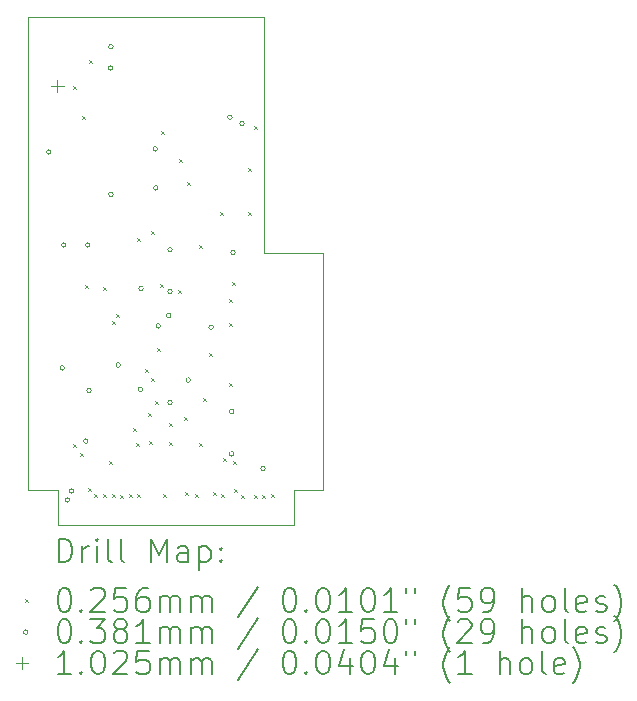
<source format=gbr>
%TF.GenerationSoftware,KiCad,Pcbnew,9.0.4*%
%TF.CreationDate,2025-10-20T22:45:23-04:00*%
%TF.ProjectId,the-spirit-board,7468652d-7370-4697-9269-742d626f6172,rev?*%
%TF.SameCoordinates,Original*%
%TF.FileFunction,Drillmap*%
%TF.FilePolarity,Positive*%
%FSLAX45Y45*%
G04 Gerber Fmt 4.5, Leading zero omitted, Abs format (unit mm)*
G04 Created by KiCad (PCBNEW 9.0.4) date 2025-10-20 22:45:23*
%MOMM*%
%LPD*%
G01*
G04 APERTURE LIST*
%ADD10C,0.050000*%
%ADD11C,0.200000*%
%ADD12C,0.100000*%
%ADD13C,0.102500*%
G04 APERTURE END LIST*
D10*
X14000000Y-10200000D02*
X16000000Y-10200000D01*
X14000000Y-14200000D02*
X14000000Y-10200000D01*
X14250000Y-14200000D02*
X14000000Y-14200000D01*
X14250000Y-14500000D02*
X14250000Y-14200000D01*
X16000000Y-10200000D02*
X16000000Y-12200000D01*
X16000000Y-12200000D02*
X16500000Y-12200000D01*
X16250000Y-14200000D02*
X16250000Y-14500000D01*
X16250000Y-14500000D02*
X14250000Y-14500000D01*
X16500000Y-12200000D02*
X16500000Y-14200000D01*
X16500000Y-14200000D02*
X16250000Y-14200000D01*
D11*
D12*
X14376300Y-10782200D02*
X14401900Y-10807800D01*
X14401900Y-10782200D02*
X14376300Y-10807800D01*
X14376300Y-13817500D02*
X14401900Y-13843100D01*
X14401900Y-13817500D02*
X14376300Y-13843100D01*
X14439800Y-13893700D02*
X14465400Y-13919300D01*
X14465400Y-13893700D02*
X14439800Y-13919300D01*
X14452500Y-11036200D02*
X14478100Y-11061800D01*
X14478100Y-11036200D02*
X14452500Y-11061800D01*
X14477900Y-12471300D02*
X14503500Y-12496900D01*
X14503500Y-12471300D02*
X14477900Y-12496900D01*
X14506031Y-14189179D02*
X14531631Y-14214779D01*
X14531631Y-14189179D02*
X14506031Y-14214779D01*
X14516000Y-10566300D02*
X14541600Y-10591900D01*
X14541600Y-10566300D02*
X14516000Y-10591900D01*
X14558039Y-14237807D02*
X14583639Y-14263407D01*
X14583639Y-14237807D02*
X14558039Y-14263407D01*
X14630300Y-12484000D02*
X14655900Y-12509600D01*
X14655900Y-12484000D02*
X14630300Y-12509600D01*
X14630300Y-14236600D02*
X14655900Y-14262200D01*
X14655900Y-14236600D02*
X14630300Y-14262200D01*
X14681740Y-13956355D02*
X14707340Y-13981955D01*
X14707340Y-13956355D02*
X14681740Y-13981955D01*
X14706500Y-12776100D02*
X14732100Y-12801700D01*
X14732100Y-12776100D02*
X14706500Y-12801700D01*
X14707820Y-14237750D02*
X14733420Y-14263350D01*
X14733420Y-14237750D02*
X14707820Y-14263350D01*
X14745995Y-12716858D02*
X14771595Y-12742458D01*
X14771595Y-12716858D02*
X14745995Y-12742458D01*
X14778917Y-14241589D02*
X14804517Y-14267189D01*
X14804517Y-14241589D02*
X14778917Y-14267189D01*
X14850066Y-14238884D02*
X14875666Y-14264484D01*
X14875666Y-14238884D02*
X14850066Y-14264484D01*
X14884300Y-13673950D02*
X14909900Y-13699550D01*
X14909900Y-13673950D02*
X14884300Y-13699550D01*
X14910850Y-13805108D02*
X14936450Y-13830708D01*
X14936450Y-13805108D02*
X14910850Y-13830708D01*
X14922400Y-12066050D02*
X14948000Y-12091650D01*
X14948000Y-12066050D02*
X14922400Y-12091650D01*
X14922400Y-14237750D02*
X14948000Y-14263350D01*
X14948000Y-14237750D02*
X14922400Y-14263350D01*
X14985900Y-13182500D02*
X15011500Y-13208100D01*
X15011500Y-13182500D02*
X14985900Y-13208100D01*
X15011300Y-13550800D02*
X15036900Y-13576400D01*
X15036900Y-13550800D02*
X15011300Y-13576400D01*
X15022850Y-13787946D02*
X15048450Y-13813546D01*
X15048450Y-13787946D02*
X15022850Y-13813546D01*
X15035550Y-13258700D02*
X15061150Y-13284300D01*
X15061150Y-13258700D02*
X15035550Y-13284300D01*
X15036700Y-12014100D02*
X15062300Y-12039700D01*
X15062300Y-12014100D02*
X15036700Y-12039700D01*
X15074800Y-13449200D02*
X15100400Y-13474800D01*
X15100400Y-13449200D02*
X15074800Y-13474800D01*
X15087500Y-13004700D02*
X15113100Y-13030300D01*
X15113100Y-13004700D02*
X15087500Y-13030300D01*
X15112900Y-12458600D02*
X15138500Y-12484200D01*
X15138500Y-12458600D02*
X15112900Y-12484200D01*
X15125600Y-11163200D02*
X15151200Y-11188800D01*
X15151200Y-11163200D02*
X15125600Y-11188800D01*
X15139150Y-14236600D02*
X15164750Y-14262200D01*
X15164750Y-14236600D02*
X15139150Y-14262200D01*
X15189120Y-13797761D02*
X15214720Y-13823361D01*
X15214720Y-13797761D02*
X15189120Y-13823361D01*
X15194761Y-13639680D02*
X15220361Y-13665280D01*
X15220361Y-13639680D02*
X15194761Y-13665280D01*
X15265300Y-12509400D02*
X15290900Y-12535000D01*
X15290900Y-12509400D02*
X15265300Y-12535000D01*
X15278000Y-11404500D02*
X15303600Y-11430100D01*
X15303600Y-11404500D02*
X15278000Y-11430100D01*
X15319250Y-13588900D02*
X15344850Y-13614500D01*
X15344850Y-13588900D02*
X15319250Y-13614500D01*
X15328800Y-14223900D02*
X15354400Y-14249500D01*
X15354400Y-14223900D02*
X15328800Y-14249500D01*
X15341500Y-11595000D02*
X15367100Y-11620600D01*
X15367100Y-11595000D02*
X15341500Y-11620600D01*
X15410250Y-14236600D02*
X15435850Y-14262200D01*
X15435850Y-14236600D02*
X15410250Y-14262200D01*
X15443100Y-12128400D02*
X15468700Y-12154000D01*
X15468700Y-12128400D02*
X15443100Y-12154000D01*
X15443100Y-13804800D02*
X15468700Y-13830400D01*
X15468700Y-13804800D02*
X15443100Y-13830400D01*
X15480050Y-13423800D02*
X15505650Y-13449400D01*
X15505650Y-13423800D02*
X15480050Y-13449400D01*
X15530850Y-13042800D02*
X15556450Y-13068400D01*
X15556450Y-13042800D02*
X15530850Y-13068400D01*
X15565707Y-14223218D02*
X15591307Y-14248818D01*
X15591307Y-14223218D02*
X15565707Y-14248818D01*
X15620900Y-11849000D02*
X15646500Y-11874600D01*
X15646500Y-11849000D02*
X15620900Y-11874600D01*
X15636065Y-14234135D02*
X15661665Y-14259735D01*
X15661665Y-14234135D02*
X15636065Y-14259735D01*
X15647200Y-13931800D02*
X15672800Y-13957400D01*
X15672800Y-13931800D02*
X15647200Y-13957400D01*
X15699150Y-12585600D02*
X15724750Y-12611200D01*
X15724750Y-12585600D02*
X15699150Y-12611200D01*
X15699150Y-12788800D02*
X15724750Y-12814400D01*
X15724750Y-12788800D02*
X15699150Y-12814400D01*
X15699150Y-13296800D02*
X15724750Y-13322400D01*
X15724750Y-13296800D02*
X15699150Y-13322400D01*
X15722500Y-12438300D02*
X15748100Y-12463900D01*
X15748100Y-12438300D02*
X15722500Y-12463900D01*
X15735200Y-13957200D02*
X15760800Y-13982800D01*
X15760800Y-13957200D02*
X15735200Y-13982800D01*
X15744695Y-14195686D02*
X15770295Y-14221286D01*
X15770295Y-14195686D02*
X15744695Y-14221286D01*
X15798203Y-14242659D02*
X15823803Y-14268259D01*
X15823803Y-14242659D02*
X15798203Y-14268259D01*
X15859650Y-11480700D02*
X15885250Y-11506300D01*
X15885250Y-11480700D02*
X15859650Y-11506300D01*
X15859650Y-11849000D02*
X15885250Y-11874600D01*
X15885250Y-11849000D02*
X15859650Y-11874600D01*
X15910488Y-14241594D02*
X15936088Y-14267194D01*
X15936088Y-14241594D02*
X15910488Y-14267194D01*
X15911600Y-11125100D02*
X15937200Y-11150700D01*
X15937200Y-11125100D02*
X15911600Y-11150700D01*
X15981688Y-14241768D02*
X16007288Y-14267368D01*
X16007288Y-14241768D02*
X15981688Y-14267368D01*
X16052700Y-14236600D02*
X16078300Y-14262200D01*
X16078300Y-14236600D02*
X16052700Y-14262200D01*
X14192250Y-11341100D02*
G75*
G02*
X14154150Y-11341100I-19050J0D01*
G01*
X14154150Y-11341100D02*
G75*
G02*
X14192250Y-11341100I19050J0D01*
G01*
X14306550Y-13169900D02*
G75*
G02*
X14268450Y-13169900I-19050J0D01*
G01*
X14268450Y-13169900D02*
G75*
G02*
X14306550Y-13169900I19050J0D01*
G01*
X14319250Y-12128500D02*
G75*
G02*
X14281150Y-12128500I-19050J0D01*
G01*
X14281150Y-12128500D02*
G75*
G02*
X14319250Y-12128500I19050J0D01*
G01*
X14350900Y-14287354D02*
G75*
G02*
X14312800Y-14287354I-19050J0D01*
G01*
X14312800Y-14287354D02*
G75*
G02*
X14350900Y-14287354I19050J0D01*
G01*
X14385850Y-14211300D02*
G75*
G02*
X14347750Y-14211300I-19050J0D01*
G01*
X14347750Y-14211300D02*
G75*
G02*
X14385850Y-14211300I19050J0D01*
G01*
X14506696Y-13789146D02*
G75*
G02*
X14468596Y-13789146I-19050J0D01*
G01*
X14468596Y-13789146D02*
G75*
G02*
X14506696Y-13789146I19050J0D01*
G01*
X14522450Y-12128500D02*
G75*
G02*
X14484350Y-12128500I-19050J0D01*
G01*
X14484350Y-12128500D02*
G75*
G02*
X14522450Y-12128500I19050J0D01*
G01*
X14535150Y-13360400D02*
G75*
G02*
X14497050Y-13360400I-19050J0D01*
G01*
X14497050Y-13360400D02*
G75*
G02*
X14535150Y-13360400I19050J0D01*
G01*
X14715850Y-10629900D02*
G75*
G02*
X14677750Y-10629900I-19050J0D01*
G01*
X14677750Y-10629900D02*
G75*
G02*
X14715850Y-10629900I19050J0D01*
G01*
X14719050Y-10450000D02*
G75*
G02*
X14680950Y-10450000I-19050J0D01*
G01*
X14680950Y-10450000D02*
G75*
G02*
X14719050Y-10450000I19050J0D01*
G01*
X14719050Y-11700000D02*
G75*
G02*
X14680950Y-11700000I-19050J0D01*
G01*
X14680950Y-11700000D02*
G75*
G02*
X14719050Y-11700000I19050J0D01*
G01*
X14780500Y-13144500D02*
G75*
G02*
X14742400Y-13144500I-19050J0D01*
G01*
X14742400Y-13144500D02*
G75*
G02*
X14780500Y-13144500I19050J0D01*
G01*
X14969050Y-13350000D02*
G75*
G02*
X14930950Y-13350000I-19050J0D01*
G01*
X14930950Y-13350000D02*
G75*
G02*
X14969050Y-13350000I19050J0D01*
G01*
X14975600Y-12496800D02*
G75*
G02*
X14937500Y-12496800I-19050J0D01*
G01*
X14937500Y-12496800D02*
G75*
G02*
X14975600Y-12496800I19050J0D01*
G01*
X15093950Y-11315700D02*
G75*
G02*
X15055850Y-11315700I-19050J0D01*
G01*
X15055850Y-11315700D02*
G75*
G02*
X15093950Y-11315700I19050J0D01*
G01*
X15099250Y-11645900D02*
G75*
G02*
X15061150Y-11645900I-19050J0D01*
G01*
X15061150Y-11645900D02*
G75*
G02*
X15099250Y-11645900I19050J0D01*
G01*
X15119350Y-12814300D02*
G75*
G02*
X15081250Y-12814300I-19050J0D01*
G01*
X15081250Y-12814300D02*
G75*
G02*
X15119350Y-12814300I19050J0D01*
G01*
X15208250Y-12725400D02*
G75*
G02*
X15170150Y-12725400I-19050J0D01*
G01*
X15170150Y-12725400D02*
G75*
G02*
X15208250Y-12725400I19050J0D01*
G01*
X15219625Y-12169332D02*
G75*
G02*
X15181525Y-12169332I-19050J0D01*
G01*
X15181525Y-12169332D02*
G75*
G02*
X15219625Y-12169332I19050J0D01*
G01*
X15219700Y-12522200D02*
G75*
G02*
X15181600Y-12522200I-19050J0D01*
G01*
X15181600Y-12522200D02*
G75*
G02*
X15219700Y-12522200I19050J0D01*
G01*
X15220950Y-13462000D02*
G75*
G02*
X15182850Y-13462000I-19050J0D01*
G01*
X15182850Y-13462000D02*
G75*
G02*
X15220950Y-13462000I19050J0D01*
G01*
X15373350Y-13271850D02*
G75*
G02*
X15335250Y-13271850I-19050J0D01*
G01*
X15335250Y-13271850D02*
G75*
G02*
X15373350Y-13271850I19050J0D01*
G01*
X15567146Y-12823704D02*
G75*
G02*
X15529046Y-12823704I-19050J0D01*
G01*
X15529046Y-12823704D02*
G75*
G02*
X15567146Y-12823704I19050J0D01*
G01*
X15727046Y-11046750D02*
G75*
G02*
X15688946Y-11046750I-19050J0D01*
G01*
X15688946Y-11046750D02*
G75*
G02*
X15727046Y-11046750I19050J0D01*
G01*
X15740481Y-13897250D02*
G75*
G02*
X15702381Y-13897250I-19050J0D01*
G01*
X15702381Y-13897250D02*
G75*
G02*
X15740481Y-13897250I19050J0D01*
G01*
X15741650Y-13538200D02*
G75*
G02*
X15703550Y-13538200I-19050J0D01*
G01*
X15703550Y-13538200D02*
G75*
G02*
X15741650Y-13538200I19050J0D01*
G01*
X15754350Y-12192000D02*
G75*
G02*
X15716250Y-12192000I-19050J0D01*
G01*
X15716250Y-12192000D02*
G75*
G02*
X15754350Y-12192000I19050J0D01*
G01*
X15830550Y-11099800D02*
G75*
G02*
X15792450Y-11099800I-19050J0D01*
G01*
X15792450Y-11099800D02*
G75*
G02*
X15830550Y-11099800I19050J0D01*
G01*
X16007900Y-14020800D02*
G75*
G02*
X15969800Y-14020800I-19050J0D01*
G01*
X15969800Y-14020800D02*
G75*
G02*
X16007900Y-14020800I19050J0D01*
G01*
D13*
X14248100Y-10732150D02*
X14248100Y-10834650D01*
X14196850Y-10783400D02*
X14299350Y-10783400D01*
D11*
X14258277Y-14813984D02*
X14258277Y-14613984D01*
X14258277Y-14613984D02*
X14305896Y-14613984D01*
X14305896Y-14613984D02*
X14334467Y-14623508D01*
X14334467Y-14623508D02*
X14353515Y-14642555D01*
X14353515Y-14642555D02*
X14363039Y-14661603D01*
X14363039Y-14661603D02*
X14372562Y-14699698D01*
X14372562Y-14699698D02*
X14372562Y-14728269D01*
X14372562Y-14728269D02*
X14363039Y-14766365D01*
X14363039Y-14766365D02*
X14353515Y-14785412D01*
X14353515Y-14785412D02*
X14334467Y-14804460D01*
X14334467Y-14804460D02*
X14305896Y-14813984D01*
X14305896Y-14813984D02*
X14258277Y-14813984D01*
X14458277Y-14813984D02*
X14458277Y-14680650D01*
X14458277Y-14718746D02*
X14467801Y-14699698D01*
X14467801Y-14699698D02*
X14477324Y-14690174D01*
X14477324Y-14690174D02*
X14496372Y-14680650D01*
X14496372Y-14680650D02*
X14515420Y-14680650D01*
X14582086Y-14813984D02*
X14582086Y-14680650D01*
X14582086Y-14613984D02*
X14572562Y-14623508D01*
X14572562Y-14623508D02*
X14582086Y-14633031D01*
X14582086Y-14633031D02*
X14591610Y-14623508D01*
X14591610Y-14623508D02*
X14582086Y-14613984D01*
X14582086Y-14613984D02*
X14582086Y-14633031D01*
X14705896Y-14813984D02*
X14686848Y-14804460D01*
X14686848Y-14804460D02*
X14677324Y-14785412D01*
X14677324Y-14785412D02*
X14677324Y-14613984D01*
X14810658Y-14813984D02*
X14791610Y-14804460D01*
X14791610Y-14804460D02*
X14782086Y-14785412D01*
X14782086Y-14785412D02*
X14782086Y-14613984D01*
X15039229Y-14813984D02*
X15039229Y-14613984D01*
X15039229Y-14613984D02*
X15105896Y-14756841D01*
X15105896Y-14756841D02*
X15172562Y-14613984D01*
X15172562Y-14613984D02*
X15172562Y-14813984D01*
X15353515Y-14813984D02*
X15353515Y-14709222D01*
X15353515Y-14709222D02*
X15343991Y-14690174D01*
X15343991Y-14690174D02*
X15324943Y-14680650D01*
X15324943Y-14680650D02*
X15286848Y-14680650D01*
X15286848Y-14680650D02*
X15267801Y-14690174D01*
X15353515Y-14804460D02*
X15334467Y-14813984D01*
X15334467Y-14813984D02*
X15286848Y-14813984D01*
X15286848Y-14813984D02*
X15267801Y-14804460D01*
X15267801Y-14804460D02*
X15258277Y-14785412D01*
X15258277Y-14785412D02*
X15258277Y-14766365D01*
X15258277Y-14766365D02*
X15267801Y-14747317D01*
X15267801Y-14747317D02*
X15286848Y-14737793D01*
X15286848Y-14737793D02*
X15334467Y-14737793D01*
X15334467Y-14737793D02*
X15353515Y-14728269D01*
X15448753Y-14680650D02*
X15448753Y-14880650D01*
X15448753Y-14690174D02*
X15467801Y-14680650D01*
X15467801Y-14680650D02*
X15505896Y-14680650D01*
X15505896Y-14680650D02*
X15524943Y-14690174D01*
X15524943Y-14690174D02*
X15534467Y-14699698D01*
X15534467Y-14699698D02*
X15543991Y-14718746D01*
X15543991Y-14718746D02*
X15543991Y-14775888D01*
X15543991Y-14775888D02*
X15534467Y-14794936D01*
X15534467Y-14794936D02*
X15524943Y-14804460D01*
X15524943Y-14804460D02*
X15505896Y-14813984D01*
X15505896Y-14813984D02*
X15467801Y-14813984D01*
X15467801Y-14813984D02*
X15448753Y-14804460D01*
X15629705Y-14794936D02*
X15639229Y-14804460D01*
X15639229Y-14804460D02*
X15629705Y-14813984D01*
X15629705Y-14813984D02*
X15620182Y-14804460D01*
X15620182Y-14804460D02*
X15629705Y-14794936D01*
X15629705Y-14794936D02*
X15629705Y-14813984D01*
X15629705Y-14690174D02*
X15639229Y-14699698D01*
X15639229Y-14699698D02*
X15629705Y-14709222D01*
X15629705Y-14709222D02*
X15620182Y-14699698D01*
X15620182Y-14699698D02*
X15629705Y-14690174D01*
X15629705Y-14690174D02*
X15629705Y-14709222D01*
D12*
X13971900Y-15129700D02*
X13997500Y-15155300D01*
X13997500Y-15129700D02*
X13971900Y-15155300D01*
D11*
X14296372Y-15033984D02*
X14315420Y-15033984D01*
X14315420Y-15033984D02*
X14334467Y-15043508D01*
X14334467Y-15043508D02*
X14343991Y-15053031D01*
X14343991Y-15053031D02*
X14353515Y-15072079D01*
X14353515Y-15072079D02*
X14363039Y-15110174D01*
X14363039Y-15110174D02*
X14363039Y-15157793D01*
X14363039Y-15157793D02*
X14353515Y-15195888D01*
X14353515Y-15195888D02*
X14343991Y-15214936D01*
X14343991Y-15214936D02*
X14334467Y-15224460D01*
X14334467Y-15224460D02*
X14315420Y-15233984D01*
X14315420Y-15233984D02*
X14296372Y-15233984D01*
X14296372Y-15233984D02*
X14277324Y-15224460D01*
X14277324Y-15224460D02*
X14267801Y-15214936D01*
X14267801Y-15214936D02*
X14258277Y-15195888D01*
X14258277Y-15195888D02*
X14248753Y-15157793D01*
X14248753Y-15157793D02*
X14248753Y-15110174D01*
X14248753Y-15110174D02*
X14258277Y-15072079D01*
X14258277Y-15072079D02*
X14267801Y-15053031D01*
X14267801Y-15053031D02*
X14277324Y-15043508D01*
X14277324Y-15043508D02*
X14296372Y-15033984D01*
X14448753Y-15214936D02*
X14458277Y-15224460D01*
X14458277Y-15224460D02*
X14448753Y-15233984D01*
X14448753Y-15233984D02*
X14439229Y-15224460D01*
X14439229Y-15224460D02*
X14448753Y-15214936D01*
X14448753Y-15214936D02*
X14448753Y-15233984D01*
X14534467Y-15053031D02*
X14543991Y-15043508D01*
X14543991Y-15043508D02*
X14563039Y-15033984D01*
X14563039Y-15033984D02*
X14610658Y-15033984D01*
X14610658Y-15033984D02*
X14629705Y-15043508D01*
X14629705Y-15043508D02*
X14639229Y-15053031D01*
X14639229Y-15053031D02*
X14648753Y-15072079D01*
X14648753Y-15072079D02*
X14648753Y-15091127D01*
X14648753Y-15091127D02*
X14639229Y-15119698D01*
X14639229Y-15119698D02*
X14524943Y-15233984D01*
X14524943Y-15233984D02*
X14648753Y-15233984D01*
X14829705Y-15033984D02*
X14734467Y-15033984D01*
X14734467Y-15033984D02*
X14724943Y-15129222D01*
X14724943Y-15129222D02*
X14734467Y-15119698D01*
X14734467Y-15119698D02*
X14753515Y-15110174D01*
X14753515Y-15110174D02*
X14801134Y-15110174D01*
X14801134Y-15110174D02*
X14820182Y-15119698D01*
X14820182Y-15119698D02*
X14829705Y-15129222D01*
X14829705Y-15129222D02*
X14839229Y-15148269D01*
X14839229Y-15148269D02*
X14839229Y-15195888D01*
X14839229Y-15195888D02*
X14829705Y-15214936D01*
X14829705Y-15214936D02*
X14820182Y-15224460D01*
X14820182Y-15224460D02*
X14801134Y-15233984D01*
X14801134Y-15233984D02*
X14753515Y-15233984D01*
X14753515Y-15233984D02*
X14734467Y-15224460D01*
X14734467Y-15224460D02*
X14724943Y-15214936D01*
X15010658Y-15033984D02*
X14972562Y-15033984D01*
X14972562Y-15033984D02*
X14953515Y-15043508D01*
X14953515Y-15043508D02*
X14943991Y-15053031D01*
X14943991Y-15053031D02*
X14924943Y-15081603D01*
X14924943Y-15081603D02*
X14915420Y-15119698D01*
X14915420Y-15119698D02*
X14915420Y-15195888D01*
X14915420Y-15195888D02*
X14924943Y-15214936D01*
X14924943Y-15214936D02*
X14934467Y-15224460D01*
X14934467Y-15224460D02*
X14953515Y-15233984D01*
X14953515Y-15233984D02*
X14991610Y-15233984D01*
X14991610Y-15233984D02*
X15010658Y-15224460D01*
X15010658Y-15224460D02*
X15020182Y-15214936D01*
X15020182Y-15214936D02*
X15029705Y-15195888D01*
X15029705Y-15195888D02*
X15029705Y-15148269D01*
X15029705Y-15148269D02*
X15020182Y-15129222D01*
X15020182Y-15129222D02*
X15010658Y-15119698D01*
X15010658Y-15119698D02*
X14991610Y-15110174D01*
X14991610Y-15110174D02*
X14953515Y-15110174D01*
X14953515Y-15110174D02*
X14934467Y-15119698D01*
X14934467Y-15119698D02*
X14924943Y-15129222D01*
X14924943Y-15129222D02*
X14915420Y-15148269D01*
X15115420Y-15233984D02*
X15115420Y-15100650D01*
X15115420Y-15119698D02*
X15124943Y-15110174D01*
X15124943Y-15110174D02*
X15143991Y-15100650D01*
X15143991Y-15100650D02*
X15172563Y-15100650D01*
X15172563Y-15100650D02*
X15191610Y-15110174D01*
X15191610Y-15110174D02*
X15201134Y-15129222D01*
X15201134Y-15129222D02*
X15201134Y-15233984D01*
X15201134Y-15129222D02*
X15210658Y-15110174D01*
X15210658Y-15110174D02*
X15229705Y-15100650D01*
X15229705Y-15100650D02*
X15258277Y-15100650D01*
X15258277Y-15100650D02*
X15277324Y-15110174D01*
X15277324Y-15110174D02*
X15286848Y-15129222D01*
X15286848Y-15129222D02*
X15286848Y-15233984D01*
X15382086Y-15233984D02*
X15382086Y-15100650D01*
X15382086Y-15119698D02*
X15391610Y-15110174D01*
X15391610Y-15110174D02*
X15410658Y-15100650D01*
X15410658Y-15100650D02*
X15439229Y-15100650D01*
X15439229Y-15100650D02*
X15458277Y-15110174D01*
X15458277Y-15110174D02*
X15467801Y-15129222D01*
X15467801Y-15129222D02*
X15467801Y-15233984D01*
X15467801Y-15129222D02*
X15477324Y-15110174D01*
X15477324Y-15110174D02*
X15496372Y-15100650D01*
X15496372Y-15100650D02*
X15524943Y-15100650D01*
X15524943Y-15100650D02*
X15543991Y-15110174D01*
X15543991Y-15110174D02*
X15553515Y-15129222D01*
X15553515Y-15129222D02*
X15553515Y-15233984D01*
X15943991Y-15024460D02*
X15772563Y-15281603D01*
X16201134Y-15033984D02*
X16220182Y-15033984D01*
X16220182Y-15033984D02*
X16239229Y-15043508D01*
X16239229Y-15043508D02*
X16248753Y-15053031D01*
X16248753Y-15053031D02*
X16258277Y-15072079D01*
X16258277Y-15072079D02*
X16267801Y-15110174D01*
X16267801Y-15110174D02*
X16267801Y-15157793D01*
X16267801Y-15157793D02*
X16258277Y-15195888D01*
X16258277Y-15195888D02*
X16248753Y-15214936D01*
X16248753Y-15214936D02*
X16239229Y-15224460D01*
X16239229Y-15224460D02*
X16220182Y-15233984D01*
X16220182Y-15233984D02*
X16201134Y-15233984D01*
X16201134Y-15233984D02*
X16182086Y-15224460D01*
X16182086Y-15224460D02*
X16172563Y-15214936D01*
X16172563Y-15214936D02*
X16163039Y-15195888D01*
X16163039Y-15195888D02*
X16153515Y-15157793D01*
X16153515Y-15157793D02*
X16153515Y-15110174D01*
X16153515Y-15110174D02*
X16163039Y-15072079D01*
X16163039Y-15072079D02*
X16172563Y-15053031D01*
X16172563Y-15053031D02*
X16182086Y-15043508D01*
X16182086Y-15043508D02*
X16201134Y-15033984D01*
X16353515Y-15214936D02*
X16363039Y-15224460D01*
X16363039Y-15224460D02*
X16353515Y-15233984D01*
X16353515Y-15233984D02*
X16343991Y-15224460D01*
X16343991Y-15224460D02*
X16353515Y-15214936D01*
X16353515Y-15214936D02*
X16353515Y-15233984D01*
X16486848Y-15033984D02*
X16505896Y-15033984D01*
X16505896Y-15033984D02*
X16524944Y-15043508D01*
X16524944Y-15043508D02*
X16534467Y-15053031D01*
X16534467Y-15053031D02*
X16543991Y-15072079D01*
X16543991Y-15072079D02*
X16553515Y-15110174D01*
X16553515Y-15110174D02*
X16553515Y-15157793D01*
X16553515Y-15157793D02*
X16543991Y-15195888D01*
X16543991Y-15195888D02*
X16534467Y-15214936D01*
X16534467Y-15214936D02*
X16524944Y-15224460D01*
X16524944Y-15224460D02*
X16505896Y-15233984D01*
X16505896Y-15233984D02*
X16486848Y-15233984D01*
X16486848Y-15233984D02*
X16467801Y-15224460D01*
X16467801Y-15224460D02*
X16458277Y-15214936D01*
X16458277Y-15214936D02*
X16448753Y-15195888D01*
X16448753Y-15195888D02*
X16439229Y-15157793D01*
X16439229Y-15157793D02*
X16439229Y-15110174D01*
X16439229Y-15110174D02*
X16448753Y-15072079D01*
X16448753Y-15072079D02*
X16458277Y-15053031D01*
X16458277Y-15053031D02*
X16467801Y-15043508D01*
X16467801Y-15043508D02*
X16486848Y-15033984D01*
X16743991Y-15233984D02*
X16629706Y-15233984D01*
X16686848Y-15233984D02*
X16686848Y-15033984D01*
X16686848Y-15033984D02*
X16667801Y-15062555D01*
X16667801Y-15062555D02*
X16648753Y-15081603D01*
X16648753Y-15081603D02*
X16629706Y-15091127D01*
X16867801Y-15033984D02*
X16886849Y-15033984D01*
X16886849Y-15033984D02*
X16905896Y-15043508D01*
X16905896Y-15043508D02*
X16915420Y-15053031D01*
X16915420Y-15053031D02*
X16924944Y-15072079D01*
X16924944Y-15072079D02*
X16934468Y-15110174D01*
X16934468Y-15110174D02*
X16934468Y-15157793D01*
X16934468Y-15157793D02*
X16924944Y-15195888D01*
X16924944Y-15195888D02*
X16915420Y-15214936D01*
X16915420Y-15214936D02*
X16905896Y-15224460D01*
X16905896Y-15224460D02*
X16886849Y-15233984D01*
X16886849Y-15233984D02*
X16867801Y-15233984D01*
X16867801Y-15233984D02*
X16848753Y-15224460D01*
X16848753Y-15224460D02*
X16839229Y-15214936D01*
X16839229Y-15214936D02*
X16829706Y-15195888D01*
X16829706Y-15195888D02*
X16820182Y-15157793D01*
X16820182Y-15157793D02*
X16820182Y-15110174D01*
X16820182Y-15110174D02*
X16829706Y-15072079D01*
X16829706Y-15072079D02*
X16839229Y-15053031D01*
X16839229Y-15053031D02*
X16848753Y-15043508D01*
X16848753Y-15043508D02*
X16867801Y-15033984D01*
X17124944Y-15233984D02*
X17010658Y-15233984D01*
X17067801Y-15233984D02*
X17067801Y-15033984D01*
X17067801Y-15033984D02*
X17048753Y-15062555D01*
X17048753Y-15062555D02*
X17029706Y-15081603D01*
X17029706Y-15081603D02*
X17010658Y-15091127D01*
X17201134Y-15033984D02*
X17201134Y-15072079D01*
X17277325Y-15033984D02*
X17277325Y-15072079D01*
X17572563Y-15310174D02*
X17563039Y-15300650D01*
X17563039Y-15300650D02*
X17543991Y-15272079D01*
X17543991Y-15272079D02*
X17534468Y-15253031D01*
X17534468Y-15253031D02*
X17524944Y-15224460D01*
X17524944Y-15224460D02*
X17515420Y-15176841D01*
X17515420Y-15176841D02*
X17515420Y-15138746D01*
X17515420Y-15138746D02*
X17524944Y-15091127D01*
X17524944Y-15091127D02*
X17534468Y-15062555D01*
X17534468Y-15062555D02*
X17543991Y-15043508D01*
X17543991Y-15043508D02*
X17563039Y-15014936D01*
X17563039Y-15014936D02*
X17572563Y-15005412D01*
X17743991Y-15033984D02*
X17648753Y-15033984D01*
X17648753Y-15033984D02*
X17639230Y-15129222D01*
X17639230Y-15129222D02*
X17648753Y-15119698D01*
X17648753Y-15119698D02*
X17667801Y-15110174D01*
X17667801Y-15110174D02*
X17715420Y-15110174D01*
X17715420Y-15110174D02*
X17734468Y-15119698D01*
X17734468Y-15119698D02*
X17743991Y-15129222D01*
X17743991Y-15129222D02*
X17753515Y-15148269D01*
X17753515Y-15148269D02*
X17753515Y-15195888D01*
X17753515Y-15195888D02*
X17743991Y-15214936D01*
X17743991Y-15214936D02*
X17734468Y-15224460D01*
X17734468Y-15224460D02*
X17715420Y-15233984D01*
X17715420Y-15233984D02*
X17667801Y-15233984D01*
X17667801Y-15233984D02*
X17648753Y-15224460D01*
X17648753Y-15224460D02*
X17639230Y-15214936D01*
X17848753Y-15233984D02*
X17886849Y-15233984D01*
X17886849Y-15233984D02*
X17905896Y-15224460D01*
X17905896Y-15224460D02*
X17915420Y-15214936D01*
X17915420Y-15214936D02*
X17934468Y-15186365D01*
X17934468Y-15186365D02*
X17943991Y-15148269D01*
X17943991Y-15148269D02*
X17943991Y-15072079D01*
X17943991Y-15072079D02*
X17934468Y-15053031D01*
X17934468Y-15053031D02*
X17924944Y-15043508D01*
X17924944Y-15043508D02*
X17905896Y-15033984D01*
X17905896Y-15033984D02*
X17867801Y-15033984D01*
X17867801Y-15033984D02*
X17848753Y-15043508D01*
X17848753Y-15043508D02*
X17839230Y-15053031D01*
X17839230Y-15053031D02*
X17829706Y-15072079D01*
X17829706Y-15072079D02*
X17829706Y-15119698D01*
X17829706Y-15119698D02*
X17839230Y-15138746D01*
X17839230Y-15138746D02*
X17848753Y-15148269D01*
X17848753Y-15148269D02*
X17867801Y-15157793D01*
X17867801Y-15157793D02*
X17905896Y-15157793D01*
X17905896Y-15157793D02*
X17924944Y-15148269D01*
X17924944Y-15148269D02*
X17934468Y-15138746D01*
X17934468Y-15138746D02*
X17943991Y-15119698D01*
X18182087Y-15233984D02*
X18182087Y-15033984D01*
X18267801Y-15233984D02*
X18267801Y-15129222D01*
X18267801Y-15129222D02*
X18258277Y-15110174D01*
X18258277Y-15110174D02*
X18239230Y-15100650D01*
X18239230Y-15100650D02*
X18210658Y-15100650D01*
X18210658Y-15100650D02*
X18191611Y-15110174D01*
X18191611Y-15110174D02*
X18182087Y-15119698D01*
X18391611Y-15233984D02*
X18372563Y-15224460D01*
X18372563Y-15224460D02*
X18363039Y-15214936D01*
X18363039Y-15214936D02*
X18353515Y-15195888D01*
X18353515Y-15195888D02*
X18353515Y-15138746D01*
X18353515Y-15138746D02*
X18363039Y-15119698D01*
X18363039Y-15119698D02*
X18372563Y-15110174D01*
X18372563Y-15110174D02*
X18391611Y-15100650D01*
X18391611Y-15100650D02*
X18420182Y-15100650D01*
X18420182Y-15100650D02*
X18439230Y-15110174D01*
X18439230Y-15110174D02*
X18448753Y-15119698D01*
X18448753Y-15119698D02*
X18458277Y-15138746D01*
X18458277Y-15138746D02*
X18458277Y-15195888D01*
X18458277Y-15195888D02*
X18448753Y-15214936D01*
X18448753Y-15214936D02*
X18439230Y-15224460D01*
X18439230Y-15224460D02*
X18420182Y-15233984D01*
X18420182Y-15233984D02*
X18391611Y-15233984D01*
X18572563Y-15233984D02*
X18553515Y-15224460D01*
X18553515Y-15224460D02*
X18543992Y-15205412D01*
X18543992Y-15205412D02*
X18543992Y-15033984D01*
X18724944Y-15224460D02*
X18705896Y-15233984D01*
X18705896Y-15233984D02*
X18667801Y-15233984D01*
X18667801Y-15233984D02*
X18648753Y-15224460D01*
X18648753Y-15224460D02*
X18639230Y-15205412D01*
X18639230Y-15205412D02*
X18639230Y-15129222D01*
X18639230Y-15129222D02*
X18648753Y-15110174D01*
X18648753Y-15110174D02*
X18667801Y-15100650D01*
X18667801Y-15100650D02*
X18705896Y-15100650D01*
X18705896Y-15100650D02*
X18724944Y-15110174D01*
X18724944Y-15110174D02*
X18734468Y-15129222D01*
X18734468Y-15129222D02*
X18734468Y-15148269D01*
X18734468Y-15148269D02*
X18639230Y-15167317D01*
X18810658Y-15224460D02*
X18829706Y-15233984D01*
X18829706Y-15233984D02*
X18867801Y-15233984D01*
X18867801Y-15233984D02*
X18886849Y-15224460D01*
X18886849Y-15224460D02*
X18896373Y-15205412D01*
X18896373Y-15205412D02*
X18896373Y-15195888D01*
X18896373Y-15195888D02*
X18886849Y-15176841D01*
X18886849Y-15176841D02*
X18867801Y-15167317D01*
X18867801Y-15167317D02*
X18839230Y-15167317D01*
X18839230Y-15167317D02*
X18820182Y-15157793D01*
X18820182Y-15157793D02*
X18810658Y-15138746D01*
X18810658Y-15138746D02*
X18810658Y-15129222D01*
X18810658Y-15129222D02*
X18820182Y-15110174D01*
X18820182Y-15110174D02*
X18839230Y-15100650D01*
X18839230Y-15100650D02*
X18867801Y-15100650D01*
X18867801Y-15100650D02*
X18886849Y-15110174D01*
X18963039Y-15310174D02*
X18972563Y-15300650D01*
X18972563Y-15300650D02*
X18991611Y-15272079D01*
X18991611Y-15272079D02*
X19001134Y-15253031D01*
X19001134Y-15253031D02*
X19010658Y-15224460D01*
X19010658Y-15224460D02*
X19020182Y-15176841D01*
X19020182Y-15176841D02*
X19020182Y-15138746D01*
X19020182Y-15138746D02*
X19010658Y-15091127D01*
X19010658Y-15091127D02*
X19001134Y-15062555D01*
X19001134Y-15062555D02*
X18991611Y-15043508D01*
X18991611Y-15043508D02*
X18972563Y-15014936D01*
X18972563Y-15014936D02*
X18963039Y-15005412D01*
D12*
X13997500Y-15406500D02*
G75*
G02*
X13959400Y-15406500I-19050J0D01*
G01*
X13959400Y-15406500D02*
G75*
G02*
X13997500Y-15406500I19050J0D01*
G01*
D11*
X14296372Y-15297984D02*
X14315420Y-15297984D01*
X14315420Y-15297984D02*
X14334467Y-15307508D01*
X14334467Y-15307508D02*
X14343991Y-15317031D01*
X14343991Y-15317031D02*
X14353515Y-15336079D01*
X14353515Y-15336079D02*
X14363039Y-15374174D01*
X14363039Y-15374174D02*
X14363039Y-15421793D01*
X14363039Y-15421793D02*
X14353515Y-15459888D01*
X14353515Y-15459888D02*
X14343991Y-15478936D01*
X14343991Y-15478936D02*
X14334467Y-15488460D01*
X14334467Y-15488460D02*
X14315420Y-15497984D01*
X14315420Y-15497984D02*
X14296372Y-15497984D01*
X14296372Y-15497984D02*
X14277324Y-15488460D01*
X14277324Y-15488460D02*
X14267801Y-15478936D01*
X14267801Y-15478936D02*
X14258277Y-15459888D01*
X14258277Y-15459888D02*
X14248753Y-15421793D01*
X14248753Y-15421793D02*
X14248753Y-15374174D01*
X14248753Y-15374174D02*
X14258277Y-15336079D01*
X14258277Y-15336079D02*
X14267801Y-15317031D01*
X14267801Y-15317031D02*
X14277324Y-15307508D01*
X14277324Y-15307508D02*
X14296372Y-15297984D01*
X14448753Y-15478936D02*
X14458277Y-15488460D01*
X14458277Y-15488460D02*
X14448753Y-15497984D01*
X14448753Y-15497984D02*
X14439229Y-15488460D01*
X14439229Y-15488460D02*
X14448753Y-15478936D01*
X14448753Y-15478936D02*
X14448753Y-15497984D01*
X14524943Y-15297984D02*
X14648753Y-15297984D01*
X14648753Y-15297984D02*
X14582086Y-15374174D01*
X14582086Y-15374174D02*
X14610658Y-15374174D01*
X14610658Y-15374174D02*
X14629705Y-15383698D01*
X14629705Y-15383698D02*
X14639229Y-15393222D01*
X14639229Y-15393222D02*
X14648753Y-15412269D01*
X14648753Y-15412269D02*
X14648753Y-15459888D01*
X14648753Y-15459888D02*
X14639229Y-15478936D01*
X14639229Y-15478936D02*
X14629705Y-15488460D01*
X14629705Y-15488460D02*
X14610658Y-15497984D01*
X14610658Y-15497984D02*
X14553515Y-15497984D01*
X14553515Y-15497984D02*
X14534467Y-15488460D01*
X14534467Y-15488460D02*
X14524943Y-15478936D01*
X14763039Y-15383698D02*
X14743991Y-15374174D01*
X14743991Y-15374174D02*
X14734467Y-15364650D01*
X14734467Y-15364650D02*
X14724943Y-15345603D01*
X14724943Y-15345603D02*
X14724943Y-15336079D01*
X14724943Y-15336079D02*
X14734467Y-15317031D01*
X14734467Y-15317031D02*
X14743991Y-15307508D01*
X14743991Y-15307508D02*
X14763039Y-15297984D01*
X14763039Y-15297984D02*
X14801134Y-15297984D01*
X14801134Y-15297984D02*
X14820182Y-15307508D01*
X14820182Y-15307508D02*
X14829705Y-15317031D01*
X14829705Y-15317031D02*
X14839229Y-15336079D01*
X14839229Y-15336079D02*
X14839229Y-15345603D01*
X14839229Y-15345603D02*
X14829705Y-15364650D01*
X14829705Y-15364650D02*
X14820182Y-15374174D01*
X14820182Y-15374174D02*
X14801134Y-15383698D01*
X14801134Y-15383698D02*
X14763039Y-15383698D01*
X14763039Y-15383698D02*
X14743991Y-15393222D01*
X14743991Y-15393222D02*
X14734467Y-15402746D01*
X14734467Y-15402746D02*
X14724943Y-15421793D01*
X14724943Y-15421793D02*
X14724943Y-15459888D01*
X14724943Y-15459888D02*
X14734467Y-15478936D01*
X14734467Y-15478936D02*
X14743991Y-15488460D01*
X14743991Y-15488460D02*
X14763039Y-15497984D01*
X14763039Y-15497984D02*
X14801134Y-15497984D01*
X14801134Y-15497984D02*
X14820182Y-15488460D01*
X14820182Y-15488460D02*
X14829705Y-15478936D01*
X14829705Y-15478936D02*
X14839229Y-15459888D01*
X14839229Y-15459888D02*
X14839229Y-15421793D01*
X14839229Y-15421793D02*
X14829705Y-15402746D01*
X14829705Y-15402746D02*
X14820182Y-15393222D01*
X14820182Y-15393222D02*
X14801134Y-15383698D01*
X15029705Y-15497984D02*
X14915420Y-15497984D01*
X14972562Y-15497984D02*
X14972562Y-15297984D01*
X14972562Y-15297984D02*
X14953515Y-15326555D01*
X14953515Y-15326555D02*
X14934467Y-15345603D01*
X14934467Y-15345603D02*
X14915420Y-15355127D01*
X15115420Y-15497984D02*
X15115420Y-15364650D01*
X15115420Y-15383698D02*
X15124943Y-15374174D01*
X15124943Y-15374174D02*
X15143991Y-15364650D01*
X15143991Y-15364650D02*
X15172563Y-15364650D01*
X15172563Y-15364650D02*
X15191610Y-15374174D01*
X15191610Y-15374174D02*
X15201134Y-15393222D01*
X15201134Y-15393222D02*
X15201134Y-15497984D01*
X15201134Y-15393222D02*
X15210658Y-15374174D01*
X15210658Y-15374174D02*
X15229705Y-15364650D01*
X15229705Y-15364650D02*
X15258277Y-15364650D01*
X15258277Y-15364650D02*
X15277324Y-15374174D01*
X15277324Y-15374174D02*
X15286848Y-15393222D01*
X15286848Y-15393222D02*
X15286848Y-15497984D01*
X15382086Y-15497984D02*
X15382086Y-15364650D01*
X15382086Y-15383698D02*
X15391610Y-15374174D01*
X15391610Y-15374174D02*
X15410658Y-15364650D01*
X15410658Y-15364650D02*
X15439229Y-15364650D01*
X15439229Y-15364650D02*
X15458277Y-15374174D01*
X15458277Y-15374174D02*
X15467801Y-15393222D01*
X15467801Y-15393222D02*
X15467801Y-15497984D01*
X15467801Y-15393222D02*
X15477324Y-15374174D01*
X15477324Y-15374174D02*
X15496372Y-15364650D01*
X15496372Y-15364650D02*
X15524943Y-15364650D01*
X15524943Y-15364650D02*
X15543991Y-15374174D01*
X15543991Y-15374174D02*
X15553515Y-15393222D01*
X15553515Y-15393222D02*
X15553515Y-15497984D01*
X15943991Y-15288460D02*
X15772563Y-15545603D01*
X16201134Y-15297984D02*
X16220182Y-15297984D01*
X16220182Y-15297984D02*
X16239229Y-15307508D01*
X16239229Y-15307508D02*
X16248753Y-15317031D01*
X16248753Y-15317031D02*
X16258277Y-15336079D01*
X16258277Y-15336079D02*
X16267801Y-15374174D01*
X16267801Y-15374174D02*
X16267801Y-15421793D01*
X16267801Y-15421793D02*
X16258277Y-15459888D01*
X16258277Y-15459888D02*
X16248753Y-15478936D01*
X16248753Y-15478936D02*
X16239229Y-15488460D01*
X16239229Y-15488460D02*
X16220182Y-15497984D01*
X16220182Y-15497984D02*
X16201134Y-15497984D01*
X16201134Y-15497984D02*
X16182086Y-15488460D01*
X16182086Y-15488460D02*
X16172563Y-15478936D01*
X16172563Y-15478936D02*
X16163039Y-15459888D01*
X16163039Y-15459888D02*
X16153515Y-15421793D01*
X16153515Y-15421793D02*
X16153515Y-15374174D01*
X16153515Y-15374174D02*
X16163039Y-15336079D01*
X16163039Y-15336079D02*
X16172563Y-15317031D01*
X16172563Y-15317031D02*
X16182086Y-15307508D01*
X16182086Y-15307508D02*
X16201134Y-15297984D01*
X16353515Y-15478936D02*
X16363039Y-15488460D01*
X16363039Y-15488460D02*
X16353515Y-15497984D01*
X16353515Y-15497984D02*
X16343991Y-15488460D01*
X16343991Y-15488460D02*
X16353515Y-15478936D01*
X16353515Y-15478936D02*
X16353515Y-15497984D01*
X16486848Y-15297984D02*
X16505896Y-15297984D01*
X16505896Y-15297984D02*
X16524944Y-15307508D01*
X16524944Y-15307508D02*
X16534467Y-15317031D01*
X16534467Y-15317031D02*
X16543991Y-15336079D01*
X16543991Y-15336079D02*
X16553515Y-15374174D01*
X16553515Y-15374174D02*
X16553515Y-15421793D01*
X16553515Y-15421793D02*
X16543991Y-15459888D01*
X16543991Y-15459888D02*
X16534467Y-15478936D01*
X16534467Y-15478936D02*
X16524944Y-15488460D01*
X16524944Y-15488460D02*
X16505896Y-15497984D01*
X16505896Y-15497984D02*
X16486848Y-15497984D01*
X16486848Y-15497984D02*
X16467801Y-15488460D01*
X16467801Y-15488460D02*
X16458277Y-15478936D01*
X16458277Y-15478936D02*
X16448753Y-15459888D01*
X16448753Y-15459888D02*
X16439229Y-15421793D01*
X16439229Y-15421793D02*
X16439229Y-15374174D01*
X16439229Y-15374174D02*
X16448753Y-15336079D01*
X16448753Y-15336079D02*
X16458277Y-15317031D01*
X16458277Y-15317031D02*
X16467801Y-15307508D01*
X16467801Y-15307508D02*
X16486848Y-15297984D01*
X16743991Y-15497984D02*
X16629706Y-15497984D01*
X16686848Y-15497984D02*
X16686848Y-15297984D01*
X16686848Y-15297984D02*
X16667801Y-15326555D01*
X16667801Y-15326555D02*
X16648753Y-15345603D01*
X16648753Y-15345603D02*
X16629706Y-15355127D01*
X16924944Y-15297984D02*
X16829706Y-15297984D01*
X16829706Y-15297984D02*
X16820182Y-15393222D01*
X16820182Y-15393222D02*
X16829706Y-15383698D01*
X16829706Y-15383698D02*
X16848753Y-15374174D01*
X16848753Y-15374174D02*
X16896372Y-15374174D01*
X16896372Y-15374174D02*
X16915420Y-15383698D01*
X16915420Y-15383698D02*
X16924944Y-15393222D01*
X16924944Y-15393222D02*
X16934468Y-15412269D01*
X16934468Y-15412269D02*
X16934468Y-15459888D01*
X16934468Y-15459888D02*
X16924944Y-15478936D01*
X16924944Y-15478936D02*
X16915420Y-15488460D01*
X16915420Y-15488460D02*
X16896372Y-15497984D01*
X16896372Y-15497984D02*
X16848753Y-15497984D01*
X16848753Y-15497984D02*
X16829706Y-15488460D01*
X16829706Y-15488460D02*
X16820182Y-15478936D01*
X17058277Y-15297984D02*
X17077325Y-15297984D01*
X17077325Y-15297984D02*
X17096372Y-15307508D01*
X17096372Y-15307508D02*
X17105896Y-15317031D01*
X17105896Y-15317031D02*
X17115420Y-15336079D01*
X17115420Y-15336079D02*
X17124944Y-15374174D01*
X17124944Y-15374174D02*
X17124944Y-15421793D01*
X17124944Y-15421793D02*
X17115420Y-15459888D01*
X17115420Y-15459888D02*
X17105896Y-15478936D01*
X17105896Y-15478936D02*
X17096372Y-15488460D01*
X17096372Y-15488460D02*
X17077325Y-15497984D01*
X17077325Y-15497984D02*
X17058277Y-15497984D01*
X17058277Y-15497984D02*
X17039229Y-15488460D01*
X17039229Y-15488460D02*
X17029706Y-15478936D01*
X17029706Y-15478936D02*
X17020182Y-15459888D01*
X17020182Y-15459888D02*
X17010658Y-15421793D01*
X17010658Y-15421793D02*
X17010658Y-15374174D01*
X17010658Y-15374174D02*
X17020182Y-15336079D01*
X17020182Y-15336079D02*
X17029706Y-15317031D01*
X17029706Y-15317031D02*
X17039229Y-15307508D01*
X17039229Y-15307508D02*
X17058277Y-15297984D01*
X17201134Y-15297984D02*
X17201134Y-15336079D01*
X17277325Y-15297984D02*
X17277325Y-15336079D01*
X17572563Y-15574174D02*
X17563039Y-15564650D01*
X17563039Y-15564650D02*
X17543991Y-15536079D01*
X17543991Y-15536079D02*
X17534468Y-15517031D01*
X17534468Y-15517031D02*
X17524944Y-15488460D01*
X17524944Y-15488460D02*
X17515420Y-15440841D01*
X17515420Y-15440841D02*
X17515420Y-15402746D01*
X17515420Y-15402746D02*
X17524944Y-15355127D01*
X17524944Y-15355127D02*
X17534468Y-15326555D01*
X17534468Y-15326555D02*
X17543991Y-15307508D01*
X17543991Y-15307508D02*
X17563039Y-15278936D01*
X17563039Y-15278936D02*
X17572563Y-15269412D01*
X17639230Y-15317031D02*
X17648753Y-15307508D01*
X17648753Y-15307508D02*
X17667801Y-15297984D01*
X17667801Y-15297984D02*
X17715420Y-15297984D01*
X17715420Y-15297984D02*
X17734468Y-15307508D01*
X17734468Y-15307508D02*
X17743991Y-15317031D01*
X17743991Y-15317031D02*
X17753515Y-15336079D01*
X17753515Y-15336079D02*
X17753515Y-15355127D01*
X17753515Y-15355127D02*
X17743991Y-15383698D01*
X17743991Y-15383698D02*
X17629706Y-15497984D01*
X17629706Y-15497984D02*
X17753515Y-15497984D01*
X17848753Y-15497984D02*
X17886849Y-15497984D01*
X17886849Y-15497984D02*
X17905896Y-15488460D01*
X17905896Y-15488460D02*
X17915420Y-15478936D01*
X17915420Y-15478936D02*
X17934468Y-15450365D01*
X17934468Y-15450365D02*
X17943991Y-15412269D01*
X17943991Y-15412269D02*
X17943991Y-15336079D01*
X17943991Y-15336079D02*
X17934468Y-15317031D01*
X17934468Y-15317031D02*
X17924944Y-15307508D01*
X17924944Y-15307508D02*
X17905896Y-15297984D01*
X17905896Y-15297984D02*
X17867801Y-15297984D01*
X17867801Y-15297984D02*
X17848753Y-15307508D01*
X17848753Y-15307508D02*
X17839230Y-15317031D01*
X17839230Y-15317031D02*
X17829706Y-15336079D01*
X17829706Y-15336079D02*
X17829706Y-15383698D01*
X17829706Y-15383698D02*
X17839230Y-15402746D01*
X17839230Y-15402746D02*
X17848753Y-15412269D01*
X17848753Y-15412269D02*
X17867801Y-15421793D01*
X17867801Y-15421793D02*
X17905896Y-15421793D01*
X17905896Y-15421793D02*
X17924944Y-15412269D01*
X17924944Y-15412269D02*
X17934468Y-15402746D01*
X17934468Y-15402746D02*
X17943991Y-15383698D01*
X18182087Y-15497984D02*
X18182087Y-15297984D01*
X18267801Y-15497984D02*
X18267801Y-15393222D01*
X18267801Y-15393222D02*
X18258277Y-15374174D01*
X18258277Y-15374174D02*
X18239230Y-15364650D01*
X18239230Y-15364650D02*
X18210658Y-15364650D01*
X18210658Y-15364650D02*
X18191611Y-15374174D01*
X18191611Y-15374174D02*
X18182087Y-15383698D01*
X18391611Y-15497984D02*
X18372563Y-15488460D01*
X18372563Y-15488460D02*
X18363039Y-15478936D01*
X18363039Y-15478936D02*
X18353515Y-15459888D01*
X18353515Y-15459888D02*
X18353515Y-15402746D01*
X18353515Y-15402746D02*
X18363039Y-15383698D01*
X18363039Y-15383698D02*
X18372563Y-15374174D01*
X18372563Y-15374174D02*
X18391611Y-15364650D01*
X18391611Y-15364650D02*
X18420182Y-15364650D01*
X18420182Y-15364650D02*
X18439230Y-15374174D01*
X18439230Y-15374174D02*
X18448753Y-15383698D01*
X18448753Y-15383698D02*
X18458277Y-15402746D01*
X18458277Y-15402746D02*
X18458277Y-15459888D01*
X18458277Y-15459888D02*
X18448753Y-15478936D01*
X18448753Y-15478936D02*
X18439230Y-15488460D01*
X18439230Y-15488460D02*
X18420182Y-15497984D01*
X18420182Y-15497984D02*
X18391611Y-15497984D01*
X18572563Y-15497984D02*
X18553515Y-15488460D01*
X18553515Y-15488460D02*
X18543992Y-15469412D01*
X18543992Y-15469412D02*
X18543992Y-15297984D01*
X18724944Y-15488460D02*
X18705896Y-15497984D01*
X18705896Y-15497984D02*
X18667801Y-15497984D01*
X18667801Y-15497984D02*
X18648753Y-15488460D01*
X18648753Y-15488460D02*
X18639230Y-15469412D01*
X18639230Y-15469412D02*
X18639230Y-15393222D01*
X18639230Y-15393222D02*
X18648753Y-15374174D01*
X18648753Y-15374174D02*
X18667801Y-15364650D01*
X18667801Y-15364650D02*
X18705896Y-15364650D01*
X18705896Y-15364650D02*
X18724944Y-15374174D01*
X18724944Y-15374174D02*
X18734468Y-15393222D01*
X18734468Y-15393222D02*
X18734468Y-15412269D01*
X18734468Y-15412269D02*
X18639230Y-15431317D01*
X18810658Y-15488460D02*
X18829706Y-15497984D01*
X18829706Y-15497984D02*
X18867801Y-15497984D01*
X18867801Y-15497984D02*
X18886849Y-15488460D01*
X18886849Y-15488460D02*
X18896373Y-15469412D01*
X18896373Y-15469412D02*
X18896373Y-15459888D01*
X18896373Y-15459888D02*
X18886849Y-15440841D01*
X18886849Y-15440841D02*
X18867801Y-15431317D01*
X18867801Y-15431317D02*
X18839230Y-15431317D01*
X18839230Y-15431317D02*
X18820182Y-15421793D01*
X18820182Y-15421793D02*
X18810658Y-15402746D01*
X18810658Y-15402746D02*
X18810658Y-15393222D01*
X18810658Y-15393222D02*
X18820182Y-15374174D01*
X18820182Y-15374174D02*
X18839230Y-15364650D01*
X18839230Y-15364650D02*
X18867801Y-15364650D01*
X18867801Y-15364650D02*
X18886849Y-15374174D01*
X18963039Y-15574174D02*
X18972563Y-15564650D01*
X18972563Y-15564650D02*
X18991611Y-15536079D01*
X18991611Y-15536079D02*
X19001134Y-15517031D01*
X19001134Y-15517031D02*
X19010658Y-15488460D01*
X19010658Y-15488460D02*
X19020182Y-15440841D01*
X19020182Y-15440841D02*
X19020182Y-15402746D01*
X19020182Y-15402746D02*
X19010658Y-15355127D01*
X19010658Y-15355127D02*
X19001134Y-15326555D01*
X19001134Y-15326555D02*
X18991611Y-15307508D01*
X18991611Y-15307508D02*
X18972563Y-15278936D01*
X18972563Y-15278936D02*
X18963039Y-15269412D01*
D13*
X13946250Y-15619250D02*
X13946250Y-15721750D01*
X13895000Y-15670500D02*
X13997500Y-15670500D01*
D11*
X14363039Y-15761984D02*
X14248753Y-15761984D01*
X14305896Y-15761984D02*
X14305896Y-15561984D01*
X14305896Y-15561984D02*
X14286848Y-15590555D01*
X14286848Y-15590555D02*
X14267801Y-15609603D01*
X14267801Y-15609603D02*
X14248753Y-15619127D01*
X14448753Y-15742936D02*
X14458277Y-15752460D01*
X14458277Y-15752460D02*
X14448753Y-15761984D01*
X14448753Y-15761984D02*
X14439229Y-15752460D01*
X14439229Y-15752460D02*
X14448753Y-15742936D01*
X14448753Y-15742936D02*
X14448753Y-15761984D01*
X14582086Y-15561984D02*
X14601134Y-15561984D01*
X14601134Y-15561984D02*
X14620182Y-15571508D01*
X14620182Y-15571508D02*
X14629705Y-15581031D01*
X14629705Y-15581031D02*
X14639229Y-15600079D01*
X14639229Y-15600079D02*
X14648753Y-15638174D01*
X14648753Y-15638174D02*
X14648753Y-15685793D01*
X14648753Y-15685793D02*
X14639229Y-15723888D01*
X14639229Y-15723888D02*
X14629705Y-15742936D01*
X14629705Y-15742936D02*
X14620182Y-15752460D01*
X14620182Y-15752460D02*
X14601134Y-15761984D01*
X14601134Y-15761984D02*
X14582086Y-15761984D01*
X14582086Y-15761984D02*
X14563039Y-15752460D01*
X14563039Y-15752460D02*
X14553515Y-15742936D01*
X14553515Y-15742936D02*
X14543991Y-15723888D01*
X14543991Y-15723888D02*
X14534467Y-15685793D01*
X14534467Y-15685793D02*
X14534467Y-15638174D01*
X14534467Y-15638174D02*
X14543991Y-15600079D01*
X14543991Y-15600079D02*
X14553515Y-15581031D01*
X14553515Y-15581031D02*
X14563039Y-15571508D01*
X14563039Y-15571508D02*
X14582086Y-15561984D01*
X14724943Y-15581031D02*
X14734467Y-15571508D01*
X14734467Y-15571508D02*
X14753515Y-15561984D01*
X14753515Y-15561984D02*
X14801134Y-15561984D01*
X14801134Y-15561984D02*
X14820182Y-15571508D01*
X14820182Y-15571508D02*
X14829705Y-15581031D01*
X14829705Y-15581031D02*
X14839229Y-15600079D01*
X14839229Y-15600079D02*
X14839229Y-15619127D01*
X14839229Y-15619127D02*
X14829705Y-15647698D01*
X14829705Y-15647698D02*
X14715420Y-15761984D01*
X14715420Y-15761984D02*
X14839229Y-15761984D01*
X15020182Y-15561984D02*
X14924943Y-15561984D01*
X14924943Y-15561984D02*
X14915420Y-15657222D01*
X14915420Y-15657222D02*
X14924943Y-15647698D01*
X14924943Y-15647698D02*
X14943991Y-15638174D01*
X14943991Y-15638174D02*
X14991610Y-15638174D01*
X14991610Y-15638174D02*
X15010658Y-15647698D01*
X15010658Y-15647698D02*
X15020182Y-15657222D01*
X15020182Y-15657222D02*
X15029705Y-15676269D01*
X15029705Y-15676269D02*
X15029705Y-15723888D01*
X15029705Y-15723888D02*
X15020182Y-15742936D01*
X15020182Y-15742936D02*
X15010658Y-15752460D01*
X15010658Y-15752460D02*
X14991610Y-15761984D01*
X14991610Y-15761984D02*
X14943991Y-15761984D01*
X14943991Y-15761984D02*
X14924943Y-15752460D01*
X14924943Y-15752460D02*
X14915420Y-15742936D01*
X15115420Y-15761984D02*
X15115420Y-15628650D01*
X15115420Y-15647698D02*
X15124943Y-15638174D01*
X15124943Y-15638174D02*
X15143991Y-15628650D01*
X15143991Y-15628650D02*
X15172563Y-15628650D01*
X15172563Y-15628650D02*
X15191610Y-15638174D01*
X15191610Y-15638174D02*
X15201134Y-15657222D01*
X15201134Y-15657222D02*
X15201134Y-15761984D01*
X15201134Y-15657222D02*
X15210658Y-15638174D01*
X15210658Y-15638174D02*
X15229705Y-15628650D01*
X15229705Y-15628650D02*
X15258277Y-15628650D01*
X15258277Y-15628650D02*
X15277324Y-15638174D01*
X15277324Y-15638174D02*
X15286848Y-15657222D01*
X15286848Y-15657222D02*
X15286848Y-15761984D01*
X15382086Y-15761984D02*
X15382086Y-15628650D01*
X15382086Y-15647698D02*
X15391610Y-15638174D01*
X15391610Y-15638174D02*
X15410658Y-15628650D01*
X15410658Y-15628650D02*
X15439229Y-15628650D01*
X15439229Y-15628650D02*
X15458277Y-15638174D01*
X15458277Y-15638174D02*
X15467801Y-15657222D01*
X15467801Y-15657222D02*
X15467801Y-15761984D01*
X15467801Y-15657222D02*
X15477324Y-15638174D01*
X15477324Y-15638174D02*
X15496372Y-15628650D01*
X15496372Y-15628650D02*
X15524943Y-15628650D01*
X15524943Y-15628650D02*
X15543991Y-15638174D01*
X15543991Y-15638174D02*
X15553515Y-15657222D01*
X15553515Y-15657222D02*
X15553515Y-15761984D01*
X15943991Y-15552460D02*
X15772563Y-15809603D01*
X16201134Y-15561984D02*
X16220182Y-15561984D01*
X16220182Y-15561984D02*
X16239229Y-15571508D01*
X16239229Y-15571508D02*
X16248753Y-15581031D01*
X16248753Y-15581031D02*
X16258277Y-15600079D01*
X16258277Y-15600079D02*
X16267801Y-15638174D01*
X16267801Y-15638174D02*
X16267801Y-15685793D01*
X16267801Y-15685793D02*
X16258277Y-15723888D01*
X16258277Y-15723888D02*
X16248753Y-15742936D01*
X16248753Y-15742936D02*
X16239229Y-15752460D01*
X16239229Y-15752460D02*
X16220182Y-15761984D01*
X16220182Y-15761984D02*
X16201134Y-15761984D01*
X16201134Y-15761984D02*
X16182086Y-15752460D01*
X16182086Y-15752460D02*
X16172563Y-15742936D01*
X16172563Y-15742936D02*
X16163039Y-15723888D01*
X16163039Y-15723888D02*
X16153515Y-15685793D01*
X16153515Y-15685793D02*
X16153515Y-15638174D01*
X16153515Y-15638174D02*
X16163039Y-15600079D01*
X16163039Y-15600079D02*
X16172563Y-15581031D01*
X16172563Y-15581031D02*
X16182086Y-15571508D01*
X16182086Y-15571508D02*
X16201134Y-15561984D01*
X16353515Y-15742936D02*
X16363039Y-15752460D01*
X16363039Y-15752460D02*
X16353515Y-15761984D01*
X16353515Y-15761984D02*
X16343991Y-15752460D01*
X16343991Y-15752460D02*
X16353515Y-15742936D01*
X16353515Y-15742936D02*
X16353515Y-15761984D01*
X16486848Y-15561984D02*
X16505896Y-15561984D01*
X16505896Y-15561984D02*
X16524944Y-15571508D01*
X16524944Y-15571508D02*
X16534467Y-15581031D01*
X16534467Y-15581031D02*
X16543991Y-15600079D01*
X16543991Y-15600079D02*
X16553515Y-15638174D01*
X16553515Y-15638174D02*
X16553515Y-15685793D01*
X16553515Y-15685793D02*
X16543991Y-15723888D01*
X16543991Y-15723888D02*
X16534467Y-15742936D01*
X16534467Y-15742936D02*
X16524944Y-15752460D01*
X16524944Y-15752460D02*
X16505896Y-15761984D01*
X16505896Y-15761984D02*
X16486848Y-15761984D01*
X16486848Y-15761984D02*
X16467801Y-15752460D01*
X16467801Y-15752460D02*
X16458277Y-15742936D01*
X16458277Y-15742936D02*
X16448753Y-15723888D01*
X16448753Y-15723888D02*
X16439229Y-15685793D01*
X16439229Y-15685793D02*
X16439229Y-15638174D01*
X16439229Y-15638174D02*
X16448753Y-15600079D01*
X16448753Y-15600079D02*
X16458277Y-15581031D01*
X16458277Y-15581031D02*
X16467801Y-15571508D01*
X16467801Y-15571508D02*
X16486848Y-15561984D01*
X16724944Y-15628650D02*
X16724944Y-15761984D01*
X16677325Y-15552460D02*
X16629706Y-15695317D01*
X16629706Y-15695317D02*
X16753515Y-15695317D01*
X16867801Y-15561984D02*
X16886849Y-15561984D01*
X16886849Y-15561984D02*
X16905896Y-15571508D01*
X16905896Y-15571508D02*
X16915420Y-15581031D01*
X16915420Y-15581031D02*
X16924944Y-15600079D01*
X16924944Y-15600079D02*
X16934468Y-15638174D01*
X16934468Y-15638174D02*
X16934468Y-15685793D01*
X16934468Y-15685793D02*
X16924944Y-15723888D01*
X16924944Y-15723888D02*
X16915420Y-15742936D01*
X16915420Y-15742936D02*
X16905896Y-15752460D01*
X16905896Y-15752460D02*
X16886849Y-15761984D01*
X16886849Y-15761984D02*
X16867801Y-15761984D01*
X16867801Y-15761984D02*
X16848753Y-15752460D01*
X16848753Y-15752460D02*
X16839229Y-15742936D01*
X16839229Y-15742936D02*
X16829706Y-15723888D01*
X16829706Y-15723888D02*
X16820182Y-15685793D01*
X16820182Y-15685793D02*
X16820182Y-15638174D01*
X16820182Y-15638174D02*
X16829706Y-15600079D01*
X16829706Y-15600079D02*
X16839229Y-15581031D01*
X16839229Y-15581031D02*
X16848753Y-15571508D01*
X16848753Y-15571508D02*
X16867801Y-15561984D01*
X17105896Y-15628650D02*
X17105896Y-15761984D01*
X17058277Y-15552460D02*
X17010658Y-15695317D01*
X17010658Y-15695317D02*
X17134468Y-15695317D01*
X17201134Y-15561984D02*
X17201134Y-15600079D01*
X17277325Y-15561984D02*
X17277325Y-15600079D01*
X17572563Y-15838174D02*
X17563039Y-15828650D01*
X17563039Y-15828650D02*
X17543991Y-15800079D01*
X17543991Y-15800079D02*
X17534468Y-15781031D01*
X17534468Y-15781031D02*
X17524944Y-15752460D01*
X17524944Y-15752460D02*
X17515420Y-15704841D01*
X17515420Y-15704841D02*
X17515420Y-15666746D01*
X17515420Y-15666746D02*
X17524944Y-15619127D01*
X17524944Y-15619127D02*
X17534468Y-15590555D01*
X17534468Y-15590555D02*
X17543991Y-15571508D01*
X17543991Y-15571508D02*
X17563039Y-15542936D01*
X17563039Y-15542936D02*
X17572563Y-15533412D01*
X17753515Y-15761984D02*
X17639230Y-15761984D01*
X17696372Y-15761984D02*
X17696372Y-15561984D01*
X17696372Y-15561984D02*
X17677325Y-15590555D01*
X17677325Y-15590555D02*
X17658277Y-15609603D01*
X17658277Y-15609603D02*
X17639230Y-15619127D01*
X17991611Y-15761984D02*
X17991611Y-15561984D01*
X18077325Y-15761984D02*
X18077325Y-15657222D01*
X18077325Y-15657222D02*
X18067801Y-15638174D01*
X18067801Y-15638174D02*
X18048753Y-15628650D01*
X18048753Y-15628650D02*
X18020182Y-15628650D01*
X18020182Y-15628650D02*
X18001134Y-15638174D01*
X18001134Y-15638174D02*
X17991611Y-15647698D01*
X18201134Y-15761984D02*
X18182087Y-15752460D01*
X18182087Y-15752460D02*
X18172563Y-15742936D01*
X18172563Y-15742936D02*
X18163039Y-15723888D01*
X18163039Y-15723888D02*
X18163039Y-15666746D01*
X18163039Y-15666746D02*
X18172563Y-15647698D01*
X18172563Y-15647698D02*
X18182087Y-15638174D01*
X18182087Y-15638174D02*
X18201134Y-15628650D01*
X18201134Y-15628650D02*
X18229706Y-15628650D01*
X18229706Y-15628650D02*
X18248753Y-15638174D01*
X18248753Y-15638174D02*
X18258277Y-15647698D01*
X18258277Y-15647698D02*
X18267801Y-15666746D01*
X18267801Y-15666746D02*
X18267801Y-15723888D01*
X18267801Y-15723888D02*
X18258277Y-15742936D01*
X18258277Y-15742936D02*
X18248753Y-15752460D01*
X18248753Y-15752460D02*
X18229706Y-15761984D01*
X18229706Y-15761984D02*
X18201134Y-15761984D01*
X18382087Y-15761984D02*
X18363039Y-15752460D01*
X18363039Y-15752460D02*
X18353515Y-15733412D01*
X18353515Y-15733412D02*
X18353515Y-15561984D01*
X18534468Y-15752460D02*
X18515420Y-15761984D01*
X18515420Y-15761984D02*
X18477325Y-15761984D01*
X18477325Y-15761984D02*
X18458277Y-15752460D01*
X18458277Y-15752460D02*
X18448753Y-15733412D01*
X18448753Y-15733412D02*
X18448753Y-15657222D01*
X18448753Y-15657222D02*
X18458277Y-15638174D01*
X18458277Y-15638174D02*
X18477325Y-15628650D01*
X18477325Y-15628650D02*
X18515420Y-15628650D01*
X18515420Y-15628650D02*
X18534468Y-15638174D01*
X18534468Y-15638174D02*
X18543992Y-15657222D01*
X18543992Y-15657222D02*
X18543992Y-15676269D01*
X18543992Y-15676269D02*
X18448753Y-15695317D01*
X18610658Y-15838174D02*
X18620182Y-15828650D01*
X18620182Y-15828650D02*
X18639230Y-15800079D01*
X18639230Y-15800079D02*
X18648753Y-15781031D01*
X18648753Y-15781031D02*
X18658277Y-15752460D01*
X18658277Y-15752460D02*
X18667801Y-15704841D01*
X18667801Y-15704841D02*
X18667801Y-15666746D01*
X18667801Y-15666746D02*
X18658277Y-15619127D01*
X18658277Y-15619127D02*
X18648753Y-15590555D01*
X18648753Y-15590555D02*
X18639230Y-15571508D01*
X18639230Y-15571508D02*
X18620182Y-15542936D01*
X18620182Y-15542936D02*
X18610658Y-15533412D01*
M02*

</source>
